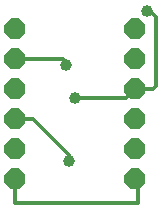
<source format=gbr>
G04 EAGLE Gerber RS-274X export*
G75*
%MOMM*%
%FSLAX34Y34*%
%LPD*%
%INBottom Copper*%
%IPPOS*%
%AMOC8*
5,1,8,0,0,1.08239X$1,22.5*%
G01*
%ADD10P,1.924489X8X202.500000*%
%ADD11C,0.304800*%
%ADD12C,1.008000*%


D10*
X25400Y38100D03*
X25400Y63500D03*
X25400Y88900D03*
X25400Y114300D03*
X25400Y139700D03*
X25400Y165100D03*
X127000Y38100D03*
X127000Y63500D03*
X127000Y88900D03*
X127000Y114300D03*
X127000Y139700D03*
X127000Y165100D03*
D11*
X25400Y38100D02*
X25400Y17780D01*
X129540Y17780D01*
X129540Y38100D01*
X127000Y38100D01*
X119380Y106680D02*
X127000Y114300D01*
X119380Y106680D02*
X76200Y106680D01*
X137160Y180340D02*
X139700Y180340D01*
X144780Y175260D01*
X144780Y116840D01*
X142240Y114300D01*
X127000Y114300D01*
D12*
X76200Y106680D03*
X137160Y180340D03*
D11*
X66040Y139700D02*
X68580Y134620D01*
X66040Y139700D02*
X25400Y139700D01*
D12*
X68580Y134620D03*
D11*
X40640Y88900D02*
X71120Y58420D01*
X71120Y53340D01*
X40640Y88900D02*
X25400Y88900D01*
D12*
X71120Y53340D03*
M02*

</source>
